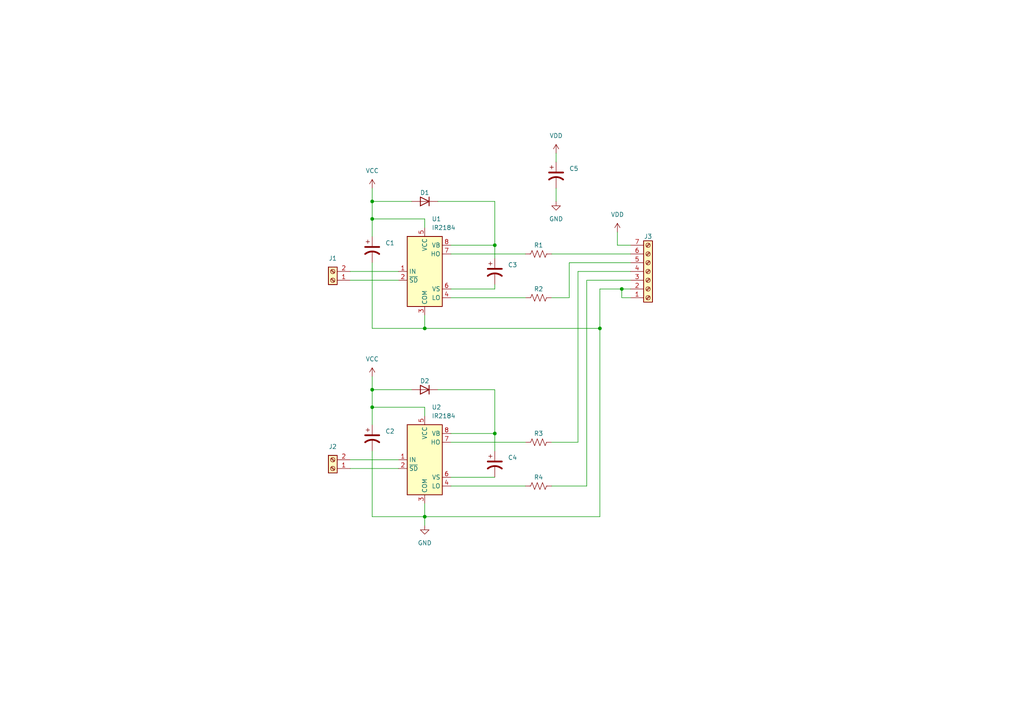
<source format=kicad_sch>
(kicad_sch (version 20211123) (generator eeschema)
  (paper "A4")
  (lib_symbols
    (symbol "Connector:Screw_Terminal_01x02" (pin_names (offset 1.016) hide)
      (property "Reference" "J" (at 0 2.54 0))
      (property "Value" "Screw_Terminal_01x02" (at 0 -5.08 0))
      (symbol "Screw_Terminal_01x02_1_1"
        (rectangle (start -1.27 1.27) (end 1.27 -3.81) (stroke (width 0.254)) (fill (type background)))
        (circle (center 0 -2.54) (radius 0.635) (stroke (width 0.1524)))
        (polyline (pts (xy -0.5334 -2.2098) (xy 0.3302 -3.048)) (stroke (width 0.1524)))
        (polyline (pts (xy -0.5334 0.3302) (xy 0.3302 -0.508)) (stroke (width 0.1524)))
        (polyline (pts (xy -0.3556 -2.032) (xy 0.508 -2.8702)) (stroke (width 0.1524)))
        (polyline (pts (xy -0.3556 0.508) (xy 0.508 -0.3302)) (stroke (width 0.1524)))
        (circle (center 0 0) (radius 0.635) (stroke (width 0.1524)))
        (pin passive line (at -5.08 0 0) (length 3.81) (name "Pin_1") (number "1"))
        (pin passive line (at -5.08 -2.54 0) (length 3.81) (name "Pin_2") (number "2"))
      )
    )
    (symbol "Connector:Screw_Terminal_01x07" (pin_names (offset 1.016) hide)
      (property "Reference" "J" (at 0 10.16 0))
      (property "Value" "Screw_Terminal_01x07" (at 0 -10.16 0))
      (symbol "Screw_Terminal_01x07_1_1"
        (rectangle (start -1.27 8.89) (end 1.27 -8.89) (stroke (width 0.254)) (fill (type background)))
        (circle (center 0 -7.62) (radius 0.635) (stroke (width 0.1524)))
        (circle (center 0 -5.08) (radius 0.635) (stroke (width 0.1524)))
        (circle (center 0 -2.54) (radius 0.635) (stroke (width 0.1524)))
        (polyline (pts (xy -0.5334 -7.2898) (xy 0.3302 -8.128)) (stroke (width 0.1524)))
        (polyline (pts (xy -0.5334 -4.7498) (xy 0.3302 -5.588)) (stroke (width 0.1524)))
        (polyline (pts (xy -0.5334 -2.2098) (xy 0.3302 -3.048)) (stroke (width 0.1524)))
        (polyline (pts (xy -0.5334 0.3302) (xy 0.3302 -0.508)) (stroke (width 0.1524)))
        (polyline (pts (xy -0.5334 2.8702) (xy 0.3302 2.032)) (stroke (width 0.1524)))
        (polyline (pts (xy -0.5334 5.4102) (xy 0.3302 4.572)) (stroke (width 0.1524)))
        (polyline (pts (xy -0.5334 7.9502) (xy 0.3302 7.112)) (stroke (width 0.1524)))
        (polyline (pts (xy -0.3556 -7.112) (xy 0.508 -7.9502)) (stroke (width 0.1524)))
        (polyline (pts (xy -0.3556 -4.572) (xy 0.508 -5.4102)) (stroke (width 0.1524)))
        (polyline (pts (xy -0.3556 -2.032) (xy 0.508 -2.8702)) (stroke (width 0.1524)))
        (polyline (pts (xy -0.3556 0.508) (xy 0.508 -0.3302)) (stroke (width 0.1524)))
        (polyline (pts (xy -0.3556 3.048) (xy 0.508 2.2098)) (stroke (width 0.1524)))
        (polyline (pts (xy -0.3556 5.588) (xy 0.508 4.7498)) (stroke (width 0.1524)))
        (polyline (pts (xy -0.3556 8.128) (xy 0.508 7.2898)) (stroke (width 0.1524)))
        (circle (center 0 0) (radius 0.635) (stroke (width 0.1524)))
        (circle (center 0 2.54) (radius 0.635) (stroke (width 0.1524)))
        (circle (center 0 5.08) (radius 0.635) (stroke (width 0.1524)))
        (circle (center 0 7.62) (radius 0.635) (stroke (width 0.1524)))
        (pin passive line (at -5.08 7.62 0) (length 3.81) (name "Pin_1") (number "1"))
        (pin passive line (at -5.08 5.08 0) (length 3.81) (name "Pin_2") (number "2"))
        (pin passive line (at -5.08 2.54 0) (length 3.81) (name "Pin_3") (number "3"))
        (pin passive line (at -5.08 0 0) (length 3.81) (name "Pin_4") (number "4"))
        (pin passive line (at -5.08 -2.54 0) (length 3.81) (name "Pin_5") (number "5"))
        (pin passive line (at -5.08 -5.08 0) (length 3.81) (name "Pin_6") (number "6"))
        (pin passive line (at -5.08 -7.62 0) (length 3.81) (name "Pin_7") (number "7"))
      )
    )
    (symbol "Device:C_Polarized_US" (pin_numbers hide) (pin_names (offset 0.254) hide)
      (property "Reference" "C" (at 0.635 2.54 0))
      (property "Value" "C_Polarized_US" (at 0.635 -2.54 0))
      (symbol "C_Polarized_US_0_1"
        (polyline (pts (xy -2.032 0.762) (xy 2.032 0.762)) (stroke (width 0.508)))
        (polyline (pts (xy -1.778 2.286) (xy -0.762 2.286)))
        (polyline (pts (xy -1.27 1.778) (xy -1.27 2.794)))
        (arc (start 2.032 -1.27) (mid 0 -0.5572) (end -2.032 -1.27) (stroke (width 0.508)))
      )
      (symbol "C_Polarized_US_1_1"
        (pin passive line (at 0 3.81 270) (length 2.794) (name "~") (number "1"))
        (pin passive line (at 0 -3.81 90) (length 3.302) (name "~") (number "2"))
      )
    )
    (symbol "Device:D" (pin_numbers hide) (pin_names (offset 1.016) hide)
      (property "Reference" "D" (at 0 2.54 0))
      (property "Value" "D" (at 0 -2.54 0))
      (symbol "D_0_1"
        (polyline (pts (xy -1.27 1.27) (xy -1.27 -1.27)) (stroke (width 0.254)))
        (polyline (pts (xy 1.27 0) (xy -1.27 0)))
        (polyline (pts (xy 1.27 1.27) (xy 1.27 -1.27) (xy -1.27 0) (xy 1.27 1.27)) (stroke (width 0.254)))
      )
      (symbol "D_1_1"
        (pin passive line (at -3.81 0 0) (length 2.54) (name "K") (number "1"))
        (pin passive line (at 3.81 0 180) (length 2.54) (name "A") (number "2"))
      )
    )
    (symbol "Device:R_US" (pin_numbers hide) (pin_names (offset 0))
      (property "Reference" "R" (at 2.54 0 90))
      (property "Value" "R_US" (at -2.54 0 90))
      (symbol "R_US_0_1"
        (polyline (pts (xy 0 -2.286) (xy 0 -2.54)))
        (polyline (pts (xy 0 2.286) (xy 0 2.54)))
        (polyline (pts (xy 0 -0.762) (xy 1.016 -1.143) (xy 0 -1.524) (xy -1.016 -1.905) (xy 0 -2.286)))
        (polyline (pts (xy 0 0.762) (xy 1.016 0.381) (xy 0 0) (xy -1.016 -0.381) (xy 0 -0.762)))
        (polyline (pts (xy 0 2.286) (xy 1.016 1.905) (xy 0 1.524) (xy -1.016 1.143) (xy 0 0.762)))
      )
      (symbol "R_US_1_1"
        (pin passive line (at 0 3.81 270) (length 1.27) (name "~") (number "1"))
        (pin passive line (at 0 -3.81 90) (length 1.27) (name "~") (number "2"))
      )
    )
    (symbol "Driver_FET:IR2184"
      (property "Reference" "U" (at 1.27 13.335 0))
      (property "Value" "IR2184" (at 1.27 11.43 0))
      (symbol "IR2184_0_1"
        (rectangle (start -5.08 -10.16) (end 5.08 10.16) (stroke (width 0.254)) (fill (type background)))
      )
      (symbol "IR2184_1_1"
        (pin input line (at -7.62 0 0) (length 2.54) (name "IN") (number "1"))
        (pin input line (at -7.62 -2.54 0) (length 2.54) (name "~{SD}") (number "2"))
        (pin power_in line (at 0 -12.7 90) (length 2.54) (name "COM") (number "3"))
        (pin output line (at 7.62 -7.62 180) (length 2.54) (name "LO") (number "4"))
        (pin power_in line (at 0 12.7 270) (length 2.54) (name "VCC") (number "5"))
        (pin passive line (at 7.62 -5.08 180) (length 2.54) (name "VS") (number "6"))
        (pin output line (at 7.62 5.08 180) (length 2.54) (name "HO") (number "7"))
        (pin passive line (at 7.62 7.62 180) (length 2.54) (name "VB") (number "8"))
      )
    )
    (symbol "power:GND" (power) (pin_names (offset 0))
      (property "Value" "GND" (at 0 -3.81 0))
      (symbol "GND_0_1"
        (polyline (pts (xy 0 0) (xy 0 -1.27) (xy 1.27 -1.27) (xy 0 -2.54) (xy -1.27 -1.27) (xy 0 -1.27)))
      )
      (symbol "GND_1_1"
        (pin power_in line (at 0 0 270) (length 0) hide (name "GND") (number "1"))
      )
    )
    (symbol "power:VCC" (power) (pin_names (offset 0))
      (property "Value" "VCC" (at 0 3.81 0))
      (symbol "VCC_0_1"
        (polyline (pts (xy -0.762 1.27) (xy 0 2.54)))
        (polyline (pts (xy 0 0) (xy 0 2.54)))
        (polyline (pts (xy 0 2.54) (xy 0.762 1.27)))
      )
      (symbol "VCC_1_1"
        (pin power_in line (at 0 0 90) (length 0) hide (name "VCC") (number "1"))
      )
    )
    (symbol "power:VDD" (power) (pin_names (offset 0))
      (property "Value" "VDD" (at 0 3.81 0))
      (symbol "VDD_0_1"
        (polyline (pts (xy -0.762 1.27) (xy 0 2.54)))
        (polyline (pts (xy 0 0) (xy 0 2.54)))
        (polyline (pts (xy 0 2.54) (xy 0.762 1.27)))
      )
      (symbol "VDD_1_1"
        (pin power_in line (at 0 0 90) (length 0) hide (name "VDD") (number "1"))
      )
    )
  )
  (junction (at 107.95 58.42))
  (junction (at 107.95 118.11))
  (junction (at 107.95 63.5))
  (junction (at 143.51 71.12))
  (junction (at 107.95 113.03))
  (junction (at 180.34 83.82))
  (junction (at 143.51 125.73))
  (junction (at 123.19 149.86))
  (junction (at 123.19 95.25))
  (junction (at 173.99 95.25))
  (wire (pts (xy 130.81 125.73) (xy 143.51 125.73)))
  (wire (pts (xy 119.38 113.03) (xy 107.95 113.03)))
  (wire (pts (xy 160.02 73.66) (xy 182.88 73.66)))
  (wire (pts (xy 143.51 58.42) (xy 143.51 71.12)))
  (wire (pts (xy 130.81 138.43) (xy 143.51 138.43)))
  (wire (pts (xy 101.6 135.89) (xy 115.57 135.89)))
  (wire (pts (xy 127 58.42) (xy 143.51 58.42)))
  (wire (pts (xy 170.18 81.28) (xy 170.18 140.97)))
  (wire (pts (xy 130.81 86.36) (xy 152.4 86.36)))
  (wire (pts (xy 101.6 133.35) (xy 115.57 133.35)))
  (wire (pts (xy 161.29 54.61) (xy 161.29 58.42)))
  (wire (pts (xy 173.99 95.25) (xy 123.19 95.25)))
  (wire (pts (xy 180.34 86.36) (xy 180.34 83.82)))
  (wire (pts (xy 143.51 71.12) (xy 143.51 74.93)))
  (wire (pts (xy 123.19 149.86) (xy 123.19 152.4)))
  (wire (pts (xy 130.81 140.97) (xy 152.4 140.97)))
  (wire (pts (xy 123.19 149.86) (xy 107.95 149.86)))
  (wire (pts (xy 182.88 86.36) (xy 180.34 86.36)))
  (wire (pts (xy 130.81 71.12) (xy 143.51 71.12)))
  (wire (pts (xy 179.07 67.31) (xy 179.07 71.12)))
  (wire (pts (xy 127 113.03) (xy 143.51 113.03)))
  (wire (pts (xy 143.51 125.73) (xy 143.51 130.81)))
  (wire (pts (xy 107.95 109.22) (xy 107.95 113.03)))
  (wire (pts (xy 161.29 44.45) (xy 161.29 46.99)))
  (wire (pts (xy 101.6 81.28) (xy 115.57 81.28)))
  (wire (pts (xy 107.95 149.86) (xy 107.95 130.81)))
  (wire (pts (xy 101.6 78.74) (xy 115.57 78.74)))
  (wire (pts (xy 107.95 54.61) (xy 107.95 58.42)))
  (wire (pts (xy 107.95 63.5) (xy 123.19 63.5)))
  (wire (pts (xy 107.95 95.25) (xy 107.95 76.2)))
  (wire (pts (xy 180.34 83.82) (xy 173.99 83.82)))
  (wire (pts (xy 123.19 95.25) (xy 107.95 95.25)))
  (wire (pts (xy 165.1 76.2) (xy 165.1 86.36)))
  (wire (pts (xy 107.95 123.19) (xy 107.95 118.11)))
  (wire (pts (xy 182.88 76.2) (xy 165.1 76.2)))
  (wire (pts (xy 123.19 91.44) (xy 123.19 95.25)))
  (wire (pts (xy 119.38 58.42) (xy 107.95 58.42)))
  (wire (pts (xy 123.19 63.5) (xy 123.19 66.04)))
  (wire (pts (xy 173.99 95.25) (xy 173.99 149.86)))
  (wire (pts (xy 182.88 78.74) (xy 167.64 78.74)))
  (wire (pts (xy 182.88 81.28) (xy 170.18 81.28)))
  (wire (pts (xy 182.88 83.82) (xy 180.34 83.82)))
  (wire (pts (xy 170.18 140.97) (xy 160.02 140.97)))
  (wire (pts (xy 123.19 118.11) (xy 123.19 120.65)))
  (wire (pts (xy 130.81 83.82) (xy 143.51 83.82)))
  (wire (pts (xy 130.81 73.66) (xy 152.4 73.66)))
  (wire (pts (xy 130.81 128.27) (xy 152.4 128.27)))
  (wire (pts (xy 107.95 118.11) (xy 123.19 118.11)))
  (wire (pts (xy 123.19 149.86) (xy 173.99 149.86)))
  (wire (pts (xy 165.1 86.36) (xy 160.02 86.36)))
  (wire (pts (xy 107.95 113.03) (xy 107.95 118.11)))
  (wire (pts (xy 173.99 83.82) (xy 173.99 95.25)))
  (wire (pts (xy 107.95 68.58) (xy 107.95 63.5)))
  (wire (pts (xy 107.95 58.42) (xy 107.95 63.5)))
  (wire (pts (xy 179.07 71.12) (xy 182.88 71.12)))
  (wire (pts (xy 143.51 83.82) (xy 143.51 82.55)))
  (wire (pts (xy 167.64 78.74) (xy 167.64 128.27)))
  (wire (pts (xy 143.51 113.03) (xy 143.51 125.73)))
  (wire (pts (xy 167.64 128.27) (xy 160.02 128.27)))
  (wire (pts (xy 123.19 146.05) (xy 123.19 149.86)))
  (symbol (lib_id "Device:D") (at 123.19 113.03 180) (unit 1)
    (property "Reference" "D2" (at 123.19 110.49 0))
    (property "Value" "D" (effects hide))
    (property "Footprint" "TerminalBlock_Phoenix:TerminalBlock_Phoenix_MPT-0,5-2-2.54_1x02_P2.54mm_Horizontal" (effects hide))
  )
  (symbol (lib_id "Device:C_Polarized_US") (at 161.29 50.8 0) (unit 1)
    (property "Reference" "C5" (at 165.1 48.8949 0) (effects (justify left)))
    (property "Value" "C_Polarized_US" (effects hide))
    (property "Footprint" "TerminalBlock_Phoenix:TerminalBlock_Phoenix_MPT-0,5-2-2.54_1x02_P2.54mm_Horizontal" (effects hide))
  )
  (symbol (lib_id "Connector:Screw_Terminal_01x07") (at 187.96 78.74 0) (mirror x) (unit 1)
    (property "Reference" "J3" (at 187.96 68.58 0))
    (property "Value" "Screw_Terminal_01x07" (effects hide))
    (property "Footprint" "TerminalBlock_Phoenix:TerminalBlock_Phoenix_PT-1,5-6-3.5-H_1x06_P3.50mm_Horizontal" (effects hide))
  )
  (symbol (lib_id "Device:R_US") (at 156.21 128.27 270) (unit 1)
    (property "Reference" "R3" (at 156.21 125.73 90))
    (property "Value" "R_US" (effects hide))
    (property "Footprint" "TerminalBlock_Phoenix:TerminalBlock_Phoenix_MPT-0,5-2-2.54_1x02_P2.54mm_Horizontal" (effects hide))
  )
  (symbol (lib_id "Device:C_Polarized_US") (at 143.51 134.62 0) (unit 1)
    (property "Reference" "C4" (at 147.32 132.7149 0) (effects (justify left)))
    (property "Value" "C_Polarized_US" (effects hide))
    (property "Footprint" "TerminalBlock_Phoenix:TerminalBlock_Phoenix_MPT-0,5-2-2.54_1x02_P2.54mm_Horizontal" (effects hide))
  )
  (symbol (lib_id "Device:C_Polarized_US") (at 107.95 72.39 0) (unit 1)
    (property "Reference" "C1" (at 111.76 70.4849 0) (effects (justify left)))
    (property "Value" "C_Polarized_US" (effects hide))
    (property "Footprint" "TerminalBlock_Phoenix:TerminalBlock_Phoenix_MPT-0,5-2-2.54_1x02_P2.54mm_Horizontal" (effects hide))
  )
  (symbol (lib_id "Device:R_US") (at 156.21 73.66 270) (unit 1)
    (property "Reference" "R1" (at 156.21 71.12 90))
    (property "Value" "R_US" (effects hide))
    (property "Footprint" "TerminalBlock_Phoenix:TerminalBlock_Phoenix_MPT-0,5-2-2.54_1x02_P2.54mm_Horizontal" (effects hide))
  )
  (symbol (lib_id "Connector:Screw_Terminal_01x02") (at 96.52 135.89 180) (unit 1)
    (property "Reference" "J2" (at 96.52 129.54 0))
    (property "Value" "Screw_Terminal_01x02" (effects hide))
    (property "Footprint" "TerminalBlock_Phoenix:TerminalBlock_Phoenix_MKDS-1,5-2-5.08_1x02_P5.08mm_Horizontal" (effects hide))
  )
  (symbol (lib_id "power:GND") (at 161.29 58.42 0) (unit 1)
    (property "Reference" "#PWR0104" (effects hide))
    (property "Value" "GND" (at 161.29 63.5 0))
  )
  (symbol (lib_id "power:VDD") (at 161.29 44.45 0) (unit 1)
    (property "Reference" "#PWR0105" (effects hide))
    (property "Value" "VDD" (at 161.29 39.37 0))
  )
  (symbol (lib_id "power:GND") (at 123.19 152.4 0) (unit 1)
    (property "Reference" "#PWR0101" (effects hide))
    (property "Value" "GND" (at 123.19 157.48 0))
  )
  (symbol (lib_id "Connector:Screw_Terminal_01x02") (at 96.52 81.28 180) (unit 1)
    (property "Reference" "J1" (at 96.52 74.93 0))
    (property "Value" "Screw_Terminal_01x02" (effects hide))
    (property "Footprint" "TerminalBlock_Phoenix:TerminalBlock_Phoenix_MKDS-1,5-2-5.08_1x02_P5.08mm_Horizontal" (effects hide))
  )
  (symbol (lib_id "Device:R_US") (at 156.21 86.36 270) (unit 1)
    (property "Reference" "R2" (at 156.21 83.82 90))
    (property "Value" "R_US" (effects hide))
    (property "Footprint" "TerminalBlock_Phoenix:TerminalBlock_Phoenix_MPT-0,5-2-2.54_1x02_P2.54mm_Horizontal" (effects hide))
  )
  (symbol (lib_id "Device:R_US") (at 156.21 140.97 270) (unit 1)
    (property "Reference" "R4" (at 156.21 138.43 90))
    (property "Value" "R_US" (effects hide))
    (property "Footprint" "TerminalBlock_Phoenix:TerminalBlock_Phoenix_MPT-0,5-2-2.54_1x02_P2.54mm_Horizontal" (effects hide))
  )
  (symbol (lib_id "Device:C_Polarized_US") (at 107.95 127 0) (unit 1)
    (property "Reference" "C2" (at 111.76 125.0949 0) (effects (justify left)))
    (property "Value" "C_Polarized_US" (effects hide))
    (property "Footprint" "TerminalBlock_Phoenix:TerminalBlock_Phoenix_MPT-0,5-2-2.54_1x02_P2.54mm_Horizontal" (effects hide))
  )
  (symbol (lib_id "Device:D") (at 123.19 58.42 180) (unit 1)
    (property "Reference" "D1" (at 123.19 55.88 0))
    (property "Value" "D" (effects hide))
    (property "Footprint" "TerminalBlock_Phoenix:TerminalBlock_Phoenix_MPT-0,5-2-2.54_1x02_P2.54mm_Horizontal" (effects hide))
  )
  (symbol (lib_id "power:VDD") (at 179.07 67.31 0) (unit 1)
    (property "Reference" "#PWR0106" (effects hide))
    (property "Value" "VDD" (at 179.07 62.23 0))
  )
  (symbol (lib_id "power:VCC") (at 107.95 54.61 0) (unit 1)
    (property "Reference" "#PWR0103" (effects hide))
    (property "Value" "VCC" (at 107.95 49.53 0))
  )
  (symbol (lib_id "Device:C_Polarized_US") (at 143.51 78.74 0) (unit 1)
    (property "Reference" "C3" (at 147.32 76.8349 0) (effects (justify left)))
    (property "Value" "C_Polarized_US" (effects hide))
    (property "Footprint" "TerminalBlock_Phoenix:TerminalBlock_Phoenix_MPT-0,5-2-2.54_1x02_P2.54mm_Horizontal" (effects hide))
  )
  (symbol (lib_id "Driver_FET:IR2184") (at 123.19 133.35 0) (unit 1)
    (property "Reference" "U2" (at 125.2094 118.11 0) (effects (justify left)))
    (property "Value" "IR2184" (at 125.2094 120.65 0) (effects (justify left)))
    (property "Footprint" "Package_DIP:DIP-8_W7.62mm_LongPads" (effects hide))
    (property "Datasheet" "https://www.infineon.com/dgdl/ir2184.pdf?fileId=5546d462533600a4015355c955e616d4" (effects hide))
  )
  (symbol (lib_id "Driver_FET:IR2184") (at 123.19 78.74 0) (unit 1)
    (property "Reference" "U1" (at 125.2094 63.5 0) (effects (justify left)))
    (property "Value" "IR2184" (at 125.2094 66.04 0) (effects (justify left)))
    (property "Footprint" "Package_DIP:DIP-8_W7.62mm_LongPads" (effects hide))
    (property "Datasheet" "https://www.infineon.com/dgdl/ir2184.pdf?fileId=5546d462533600a4015355c955e616d4" (effects hide))
  )
  (symbol (lib_id "power:VCC") (at 107.95 109.22 0) (unit 1)
    (property "Reference" "#PWR0102" (effects hide))
    (property "Value" "VCC" (at 107.95 104.14 0))
  )
)
</source>
